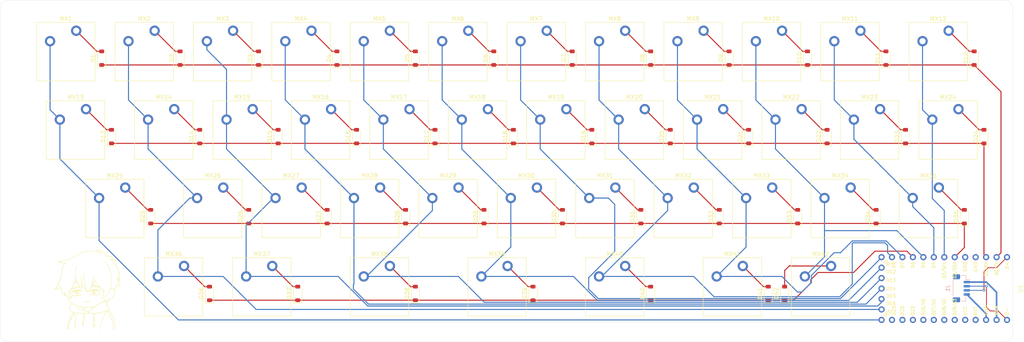
<source format=kicad_pcb>
(kicad_pcb (version 20240108) (generator "pcbnew") (generator_version "8.0")
  (layers (0 "F.Cu" signal) (31 "B.Cu" signal) (34 "B.Paste" user) (35 "F.Paste" user) (36 "B.SilkS" user "B.Silkscreen") (37 "F.SilkS" user "F.Silkscreen") (38 "B.Mask" user) (39 "F.Mask" user) (44 "Edge.Cuts" user))
  (net 0 "")
  (net 1 "Net-(D1-A)")
  (net 2 "Row0")
  (net 3 "Net-(D2-A)")
  (net 4 "Net-(D3-A)")
  (net 5 "Net-(D4-A)")
  (net 6 "Net-(D5-A)")
  (net 7 "Net-(D6-A)")
  (net 8 "Net-(D7-A)")
  (net 9 "Net-(D8-A)")
  (net 10 "Net-(D9-A)")
  (net 11 "Net-(D10-A)")
  (net 12 "Net-(D11-A)")
  (net 13 "Net-(D12-A)")
  (net 14 "Net-(D13-A)")
  (net 15 "Row1")
  (net 16 "Net-(D14-A)")
  (net 17 "Net-(D15-A)")
  (net 18 "Net-(D16-A)")
  (net 19 "Net-(D17-A)")
  (net 20 "Net-(D18-A)")
  (net 21 "Net-(D19-A)")
  (net 22 "Net-(D20-A)")
  (net 23 "Net-(D21-A)")
  (net 24 "Net-(D22-A)")
  (net 25 "Net-(D23-A)")
  (net 26 "Net-(D24-A)")
  (net 27 "Net-(D25-A)")
  (net 28 "Row2")
  (net 29 "Net-(D26-A)")
  (net 30 "Net-(D27-A)")
  (net 31 "Net-(D28-A)")
  (net 32 "Net-(D29-A)")
  (net 33 "Net-(D30-A)")
  (net 34 "Net-(D31-A)")
  (net 35 "Net-(D32-A)")
  (net 36 "Net-(D33-A)")
  (net 37 "Net-(D34-A)")
  (net 38 "Net-(D35-A)")
  (net 39 "Net-(D36-A)")
  (net 40 "Row3")
  (net 41 "Net-(D37-A)")
  (net 42 "Net-(D38-A)")
  (net 43 "Net-(D39-A)")
  (net 44 "Net-(D40-A)")
  (net 45 "Net-(D41-A)")
  (net 46 "Net-(D42-A)")
  (net 47 "Col0")
  (net 48 "Col1")
  (net 49 "Col2")
  (net 50 "Col3")
  (net 51 "Col4")
  (net 52 "Col5")
  (net 53 "Col6")
  (net 54 "Col7")
  (net 55 "Col8")
  (net 56 "Col9")
  (net 57 "Col10")
  (net 58 "Col11")
  (net 68 "GND")
  (net 69 "D-")
  (net 70 "RAW")
  (net 71 "D+")
  (footprint "ScottoKeebs_MX:MX_PCB_1.00u" (layer "F.Cu") (at 101.44125 52.943125)
    (property "Reference" "MX16")
    (property "Value" "MX-NoLED")
  )
  (footprint "Diode_SMD:D_SOD-123" (layer "F.Cu") (at 124.46 92.630625 90)
    (property "Reference" "D38")
    (property "Value" "D_Small")
  )
  (footprint "Diode_SMD:D_SOD-123" (layer "F.Cu") (at 91.1225 54.530625 90)
    (property "Reference" "D15")
    (property "Value" "D_Small")
  )
  (footprint "ScottoKeebs_MX:MX_PCB_1.00u" (layer "F.Cu") (at 189.5475 71.993125)
    (property "Reference" "MX32")
    (property "Value" "MX-NoLED")
  )
  (footprint "Diode_SMD:D_SOD-123" (layer "F.Cu") (at 219.71 35.480625 90)
    (property "Reference" "D10")
    (property "Value" "D_Small")
  )
  (footprint "footprints:Frood_PinHeader_2x13+5_P2.54mm_Labels_Top" (layer "F.Cu") (at 268.17425 91.44 -90)
    (property "Reference" "U1")
    (property "Value" "Frood" (hide yes))
  )
  (footprint "ScottoKeebs_MX:MX_PCB_1.25u" (layer "F.Cu") (at 251.46 33.893125)
    (property "Reference" "MX12")
    (property "Value" "MX-NoLED")
  )
  (footprint "Diode_SMD:D_SOD-123" (layer "F.Cu") (at 160.17875 73.9775 90)
    (property "Reference" "D30")
    (property "Value" "D_Small")
  )
  (footprint "Diode_SMD:D_SOD-123" (layer "F.Cu") (at 181.61 35.480625 90)
    (property "Reference" "D8")
    (property "Value" "D_Small")
  )
  (footprint "ScottoKeebs_MX:MX_PCB_1.00u" (layer "F.Cu") (at 134.77875 33.893125)
    (property "Reference" "MX6")
    (property "Value" "MX-NoLED")
  )
  (footprint "ScottoKeebs_MX:MX_PCB_1.00u" (layer "F.Cu") (at 94.2975 71.993125)
    (property "Reference" "MX27")
    (property "Value" "MX-NoLED")
  )
  (footprint "Diode_SMD:D_SOD-123" (layer "F.Cu") (at 95.885 92.630625 90)
    (property "Reference" "D37")
    (property "Value" "D_Small")
  )
  (footprint "ScottoKeebs_MX:MX_PCB_1.25u" (layer "F.Cu") (at 249.07875 71.993125)
    (property "Reference" "MX35")
    (property "Value" "MX-NoLED")
  )
  (footprint "Diode_SMD:D_SOD-123" (layer "F.Cu") (at 48.26 35.480625 90)
    (property "Reference" "D1")
    (property "Value" "D_Small")
  )
  (footprint "Diode_SMD:D_SOD-123" (layer "F.Cu") (at 217.32875 73.9775 90)
    (property "Reference" "D33")
    (property "Value" "D_Small")
  )
  (footprint "ScottoKeebs_MX:MX_PCB_2.00u" (layer "F.Cu") (at 115.72875 91.043125)
    (property "Reference" "MX38")
    (property "Value" "MX-NoLED")
  )
  (footprint "Diode_SMD:D_SOD-123" (layer "F.Cu") (at 224.4725 54.530625 90)
    (property "Reference" "D22")
    (property "Value" "D_Small")
  )
  (footprint "ScottoKeebs_MX:MX_PCB_1.00u" (layer "F.Cu") (at 113.3475 71.993125)
    (property "Reference" "MX28")
    (property "Value" "MX-NoLED")
  )
  (footprint "ScottoKeebs_MX:MX_PCB_2.00u" (layer "F.Cu") (at 172.87875 91.043125)
    (property "Reference" "MX40")
    (property "Value" "MX-NoLED")
  )
  (footprint "ScottoKeebs_MX:MX_PCB_1.00u" (layer "F.Cu") (at 39.52875 33.893125)
    (property "Reference" "MX1")
    (property "Value" "MX-NoLED")
  )
  (footprint "Diode_SMD:D_SOD-123" (layer "F.Cu") (at 262.5725 54.530625 90)
    (property "Reference" "D24")
    (property "Value" "D_Small")
  )
  (footprint "ScottoKeebs_MX:MX_PCB_1.00u" (layer "F.Cu") (at 170.4975 71.993125)
    (property "Reference" "MX31")
    (property "Value" "MX-NoLED")
  )
  (footprint "Diode_SMD:D_SOD-123" (layer "F.Cu") (at 257.81 73.9775 90)
    (property "Reference" "D35")
    (property "Value" "D_Small")
  )
  (footprint "ScottoKeebs_MX:MX_PCB_1.25u" (layer "F.Cu") (at 65.7225 91.043125)
    (property "Reference" "MX36")
    (property "Value" "MX-NoLED")
  )
  (footprint "Diode_SMD:D_SOD-123" (layer "F.Cu") (at 162.56 35.480625 90)
    (property "Reference" "D7")
    (property "Value" "D_Small")
  )
  (footprint "Diode_SMD:D_SOD-123" (layer "F.Cu") (at 141.12875 73.9775 90)
    (property "Reference" "D29")
    (property "Value" "D_Small")
  )
  (footprint "ScottoKeebs_MX:MX_PCB_1.25u" (layer "F.Cu") (at 222.885 91.043125)
    (property "Reference" "MX42")
    (property "Value" "MX-NoLED")
  )
  (footprint "Diode_SMD:D_SOD-123" (layer "F.Cu") (at 179.22875 73.9775 90)
    (property "Reference" "D31")
    (property "Value" "D_Small")
  )
  (footprint "ScottoKeebs_MX:MX_PCB_1.00u" (layer "F.Cu") (at 75.2475 71.993125)
    (property "Reference" "MX26")
    (property "Value" "MX-NoLED")
  )
  (footprint "Diode_SMD:D_SOD-123" (layer "F.Cu") (at 153.035 92.630625 90)
    (property "Reference" "D39")
    (property "Value" "D_Small")
  )
  (footprint "Diode_SMD:D_SOD-123" (layer "F.Cu") (at 238.76 35.480625 90)
    (property "Reference" "D11")
    (property "Value" "D_Small")
  )
  (footprint "ScottoKeebs_MX:MX_PCB_1.00u" (layer "F.Cu") (at 227.6475 71.993125)
    (property "Reference" "MX34")
    (property "Value" "MX-NoLED")
  )
  (footprint "Diode_SMD:D_SOD-123" (layer "F.Cu") (at 200.66 35.480625 90)
    (property "Reference" "D9")
    (property "Value" "D_Small")
  )
  (footprint "ScottoKeebs_MX:MX_PCB_1.00u" (layer "F.Cu") (at 87.15375 91.043125)
    (property "Reference" "MX37")
    (property "Value" "MX-NoLED")
  )
  (footprint "Diode_SMD:D_SOD-123" (layer "F.Cu") (at 103.02875 73.9775 90)
    (property "Reference" "D27")
    (property "Value" "D_Small")
  )
  (footprint "Diode_SMD:D_SOD-123" (layer "F.Cu") (at 236.37875 73.9775 90)
    (property "Reference" "D34")
    (property "Value" "D_Small")
  )
  (footprint "Diode_SMD:D_SOD-123" (layer "F.Cu") (at 205.4225 54.530625 90)
    (property "Reference" "D21")
    (property "Value" "D_Small")
  )
  (footprint "Diode_SMD:D_SOD-123" (layer "F.Cu") (at 186.3725 54.530625 90)
    (property "Reference" "D20")
    (property "Value" "D_Small")
  )
  (footprint "ScottoKeebs_MX:MX_PCB_1.00u" (layer "F.Cu") (at 210.97875 33.893125)
    (property "Reference" "MX10")
    (property "Value" "MX-NoLED")
  )
  (footprint "ScottoKeebs_MX:MX_PCB_1.00u" (layer "F.Cu") (at 177.64125 52.943125)
    (property "Reference" "MX20")
    (property "Value" "MX-NoLED")
  )
  (footprint "LOGO" (layer "F.Cu") (at 45.58125 91.375)
    (property "Reference" "G***" (hide yes))
    (property "Value" "LOGO" (hide yes))
  )
  (footprint "ScottoKeebs_MX:MX_PCB_1.00u" (layer "F.Cu") (at 151.4475 71.993125)
    (property "Reference" "MX30")
    (property "Value" "MX-NoLED")
  )
  (footprint "Diode_SMD:D_SOD-123" (layer "F.Cu") (at 74.45375 92.630625 90)
    (property "Reference" "D36")
    (property "Value" "D_Small")
  )
  (footprint "ScottoKeebs_MX:MX_PCB_1.00u" (layer "F.Cu") (at 234.79125 52.943125)
    (property "Reference" "MX23")
    (property "Value" "MX-NoLED")
  )
  (footprint "ScottoKeebs_MX:MX_PCB_1.25u" (layer "F.Cu") (at 41.91 52.943125)
    (property "Reference" "MX13")
    (property "Value" "MX-NoLED")
  )
  (footprint "ScottoKeebs_MX:MX_PCB_1.00u" (layer "F.Cu") (at 58.57875 33.893125)
    (property "Reference" "MX2")
    (property "Value" "MX-NoLED")
  )
  (footprint "Diode_SMD:D_SOD-123" (layer "F.Cu") (at 105.41 35.480625 90)
    (property "Reference" "D4")
    (property "Value" "D_Small")
  )
  (footprint "ScottoKeebs_MX:MX_PCB_1.00u" (layer "F.Cu") (at 139.54125 52.943125)
    (property "Reference" "MX18")
    (property "Value" "MX-NoLED")
  )
  (footprint "ScottoKeebs_MX:MX_PCB_1.00u" (layer "F.Cu") (at 253.84125 52.943125)
    (property "Reference" "MX24")
    (property "Value" "MX-NoLED")
  )
  (footprint "ScottoKeebs_MX:MX_PCB_1.00u" (layer "F.Cu") (at 153.82875 33.893125)
    (property "Reference" "MX7")
    (property "Value" "MX-NoLED")
  )
  (footprint "Diode_SMD:D_SOD-123" (layer "F.Cu") (at 198.27875 73.9775 90)
    (property "Reference" "D32")
    (property "Value" "D_Small")
  )
  (footprint "ScottoKeebs_MX:MX_PCB_1.00u" (layer "F.Cu") (at 115.72875 33.893125)
    (property "Reference" "MX5")
    (property "Value" "MX-NoLED")
  )
  (footprint "ScottoKeebs_MX:MX_PCB_1.00u" (layer "F.Cu") (at 208.5975 71.993125)
    (property "Reference" "MX33")
    (property "Value" "MX-NoLED")
  )
  (footprint "ScottoKeebs_MX:MX_PCB_1.00u" (layer "F.Cu") (at 96.67875 33.893125)
    (property "Reference" "MX4")
    (property "Value" "MX-NoLED")
  )
  (footprint "Diode_SMD:D_SOD-123" (layer "F.Cu") (at 72.0725 54.530625 90)
    (property "Reference" "D14")
    (property "Value" "D_Small")
  )
  (footprint "ScottoKeebs_MX:MX_PCB_1.00u" (layer "F.Cu") (at 230.02875 33.893125)
    (property "Reference" "MX11")
    (property "Value" "MX-NoLED")
  )
  (footprint "ScottoKeebs_MX:MX_PCB_1.00u" (layer "F.Cu") (at 191.92875 33.893125)
    (property "Reference" "MX9")
    (property "Value" "MX-NoLED")
  )
  (footprint "Diode_SMD:D_SOD-123" (layer "F.Cu") (at 260.19125 35.480625 90)
    (property "Reference" "D12")
    (property "Value" "D_Small")
  )
  (footprint "Diode_SMD:D_SOD-123" (layer "F.Cu") (at 210.185 92.630625 90)
    (property "Reference" "D41")
    (property "Value" "D_Small")
  )
  (footprint "ScottoKeebs_MX:MX_PCB_1.00u" (layer "F.Cu") (at 158.59125 52.943125)
    (property "Reference" "MX19")
    (property "Value" "MX-NoLED")
  )
  (footprint "ScottoKeebs_MX:MX_PCB_1.00u" (layer "F.Cu") (at 63.34125 52.943125)
    (property "Reference" "MX14")
    (property "Value" "MX-NoLED")
  )
  (footprint "Diode_SMD:D_SOD-123" (layer "F.Cu") (at 86.36 35.480625 90)
    (property "Reference" "D3")
    (property "Value" "D_Small")
  )
  (footprint "ScottoKeebs_MX:MX_PCB_1.00u" (layer "F.Cu") (at 144.30375 91.043125)
    (property "Reference" "MX39")
    (property "Value" "MX-NoLED")
  )
  (footprint "ScottoKeebs_MX:MX_PCB_1.00u" (layer "F.Cu") (at 120.49125 52.943125)
    (property "Reference" "MX17")
    (property "Value" "MX-NoLED")
  )
  (footprint "Diode_SMD:D_SOD-123" (layer "F.Cu") (at 129.2225 54.530625 90)
    (property "Reference" "D17")
    (property "Value" "D_Small")
  )
  (footprint "Diode_SMD:D_SOD-123" (layer "F.Cu") (at 60.16625 73.9775 90)
    (property "Reference" "D25")
    (property "Value" "D_Small")
  )
  (footprint "Diode_SMD:D_SOD-123" (layer "F.Cu") (at 110.1725 54.530625 90)
    (property "Reference" "D16")
    (property "Value" "D_Small")
  )
  (footprint "Diode_SMD:D_SOD-123" (layer "F.Cu") (at 214.15375 92.630625 90)
    (property "Reference" "D42")
    (property "Value" "D_Small")
  )
  (footprint "Diode_SMD:D_SOD-123" (layer "F.Cu") (at 181.61 92.630625 90)
    (property "Reference" "D40")
    (property "Value" "D_Small")
  )
  (footprint "Diode_SMD:D_SOD-123" (layer "F.Cu") (at 67.31 35.480625 90)
    (property "Reference" "D2")
    (property "Value" "D_Small")
  )
  (footprint "Diode_SMD:D_SOD-123" (layer "F.Cu") (at 50.64125 54.530625 90)
    (property "Reference" "D13")
    (property "Value" "D_Small")
  )
  (footprint "ScottoKeebs_MX:MX_PCB_1.00u" (layer "F.Cu") (at 215.74125 52.943125)
    (property "Reference" "MX22")
    (property "Value" "MX-NoLED")
  )
  (footprint "Diode_SMD:D_SOD-123" (layer "F.Cu") (at 83.97875 73.9775 90)
    (property "Reference" "D26")
    (property "Value" "D_Small")
  )
  (footprint "ScottoKeebs_MX:MX_PCB_1.00u" (layer "F.Cu") (at 201.45375 91.043125)
    (property "Reference" "MX41")
    (property "Value" "MX-NoLED")
  )
  (footprint "Diode_SMD:D_SOD-123" (layer "F.Cu") (at 124.46 35.480625 90)
    (property "Reference" "D5")
    (property "Value" "D_Small")
  )
  (footprint "ScottoKeebs_MX:MX_PCB_1.00u" (layer "F.Cu") (at 196.69125 52.943125)
    (property "Reference" "MX21")
    (property "Value" "MX-NoLED")
  )
  (footprint "ScottoKeebs_MX:MX_PCB_1.00u" (layer "F.Cu") (at 172.87875 33.893125)
    (property "Reference" "MX8")
    (property "Value" "MX-NoLED")
  )
  (footprint "ScottoKeebs_MX:MX_PCB_1.00u" (layer "F.Cu") (at 132.3975 71.993125)
    (property "Reference" "MX29")
    (property "Value" "MX-NoLED")
  )
  (footprint "ScottoKeebs_MX:MX_PCB_1.00u" (layer "F.Cu") (at 77.62875 33.893125)
    (property "Reference" "MX3")
    (property "Value" "MX-NoLED")
  )
  (footprint "Diode_SMD:D_SOD-123" (layer "F.Cu") (at 148.2725 54.530625 90)
    (property "Reference" "D18")
    (property "Value" "D_Small")
  )
  (footprint "Diode_SMD:D_SOD-123" (layer "F.Cu") (at 122.07875 73.9775 90)
    (property "Reference" "D28")
    (property "Value" "D_Small")
  )
  (footprint "Diode_SMD:D_SOD-123" (layer "F.Cu") (at 243.5225 54.530625 90)
    (property "Reference" "D23")
    (property "Value" "D_Small")
  )
  (footprint "ScottoKeebs_MX:MX_PCB_1.00u" (layer "F.Cu") (at 82.39125 52.943125)
    (property "Reference" "MX15")
    (property "Value" "MX-NoLED")
  )
  (footprint "Diode_SMD:D_SOD-123" (layer "F.Cu") (at 167.3225 54.530625 90)
    (property "Reference" "D19")
    (property "Value" "D_Small")
  )
  (footprint "ScottoKeebs_MX:MX_PCB_1.50u" (layer "F.Cu") (at 51.435 71.993125)
    (property "Reference" "MX25")
    (property "Value" "MX-NoLED")
  )
  (footprint "Diode_SMD:D_SOD-123" (layer "F.Cu") (at 143.51 35.480625 90)
    (property "Reference" "D6")
    (property "Value" "D_Small")
  )
  (footprint "Connector_JST:JST_SH_BM04B-SRSS-TB_1x04-1MP_P1.00mm_Vertical" (layer "B.Cu") (at 257.08125 91.375 -90)
    (property "Reference" "J1")
    (property "Value" "Conn_01x04")
  )
  (gr_line (start 23.58125 23.375) (end 23.58125 102.375) (stroke (width 0.05)) (layer "Edge.Cuts"))
  (gr_arc (start 23.58125 23.375) (mid 24.167036 21.960786) (end 25.58125 21.375) (stroke (width 0.05)) (layer "Edge.Cuts"))
  (gr_line (start 267.58125 21.375) (end 25.58125 21.375) (stroke (width 0.05)) (layer "Edge.Cuts"))
  (gr_line (start 25.58125 104.375) (end 267.58125 104.375) (stroke (width 0.05)) (layer "Edge.Cuts"))
  (gr_arc (start 267.58125 21.375) (mid 268.995464 21.960786) (end 269.58125 23.375) (stroke (width 0.05)) (layer "Edge.Cuts"))
  (gr_arc (start 269.58125 102.375) (mid 268.995464 103.789214) (end 267.58125 104.375) (stroke (width 0.05)) (layer "Edge.Cuts"))
  (gr_line (start 269.58125 102.375) (end 269.58125 23.375) (stroke (width 0.05)) (layer "Edge.Cuts"))
  (gr_arc (start 25.58125 104.375) (mid 24.167036 103.789214) (end 23.58125 102.375) (stroke (width 0.05)) (layer "Edge.Cuts"))
  (segment (start 47.08625 33.830625) (end 42.06875 28.813125) (width 0.254) (layer "F.Cu") (net 1))
  (segment (start 48.26 33.830625) (end 47.08625 33.830625) (width 0.254) (layer "F.Cu") (net 1))
  (segment (start 260.19125 37.130625) (end 238.76 37.130625) (width 0.254) (layer "F.Cu") (net 2))
  (segment (start 143.51 37.130625) (end 124.46 37.130625) (width 0.254) (layer "F.Cu") (net 2))
  (segment (start 200.66 37.130625) (end 181.61 37.130625) (width 0.254) (layer "F.Cu") (net 2))
  (segment (start 181.61 37.130625) (end 162.56 37.130625) (width 0.254) (layer "F.Cu") (net 2))
  (segment (start 238.76 37.130625) (end 219.71 37.130625) (width 0.254) (layer "F.Cu") (net 2))
  (segment (start 162.56 37.130625) (end 143.51 37.130625) (width 0.254) (layer "F.Cu") (net 2))
  (segment (start 105.41 37.130625) (end 86.36 37.130625) (width 0.254) (layer "F.Cu") (net 2))
  (segment (start 67.31 37.130625) (end 48.26 37.130625) (width 0.254) (layer "F.Cu") (net 2))
  (segment (start 124.46 37.130625) (end 105.41 37.130625) (width 0.254) (layer "F.Cu") (net 2))
  (segment (start 86.36 37.130625) (end 67.31 37.130625) (width 0.254) (layer "F.Cu") (net 2))
  (segment (start 219.71 37.130625) (end 200.66 37.130625) (width 0.254) (layer "F.Cu") (net 2))
  (segment (start 260.19125 37.130625) (end 266.71125 43.650625) (width 0.254) (layer "F.Cu") (net 2))
  (segment (start 266.71125 43.650625) (end 266.71125 82.743) (width 0.254) (layer "F.Cu") (net 2))
  (segment (start 266.71125 82.743) (end 265.63425 83.82) (width 0.254) (layer "F.Cu") (net 2))
  (segment (start 67.31 33.830625) (end 66.13625 33.830625) (width 0.254) (layer "F.Cu") (net 3))
  (segment (start 66.13625 33.830625) (end 61.11875 28.813125) (width 0.254) (layer "F.Cu") (net 3))
  (segment (start 80.16875 28.813125) (end 85.18625 33.830625) (width 0.254) (layer "F.Cu") (net 4))
  (segment (start 85.18625 33.830625) (end 86.36 33.830625) (width 0.254) (layer "F.Cu") (net 4))
  (segment (start 104.23625 33.830625) (end 105.41 33.830625) (width 0.254) (layer "F.Cu") (net 5))
  (segment (start 99.21875 28.813125) (end 104.23625 33.830625) (width 0.254) (layer "F.Cu") (net 5))
  (segment (start 118.26875 28.813125) (end 123.28625 33.830625) (width 0.254) (layer "F.Cu") (net 6))
  (segment (start 123.28625 33.830625) (end 124.46 33.830625) (width 0.254) (layer "F.Cu") (net 6))
  (segment (start 142.33625 33.830625) (end 143.51 33.830625) (width 0.254) (layer "F.Cu") (net 7))
  (segment (start 137.31875 28.813125) (end 142.33625 33.830625) (width 0.254) (layer "F.Cu") (net 7))
  (segment (start 161.38625 33.830625) (end 162.56 33.830625) (width 0.254) (layer "F.Cu") (net 8))
  (segment (start 156.36875 28.813125) (end 161.38625 33.830625) (width 0.254) (layer "F.Cu") (net 8))
  (segment (start 175.41875 28.813125) (end 180.43625 33.830625) (width 0.254) (layer "F.Cu") (net 9))
  (segment (start 180.43625 33.830625) (end 181.61 33.830625) (width 0.254) (layer "F.Cu") (net 9))
  (segment (start 199.48625 33.830625) (end 200.66 33.830625) (width 0.254) (layer "F.Cu") (net 10))
  (segment (start 194.46875 28.813125) (end 199.48625 33.830625) (width 0.254) (layer "F.Cu") (net 10))
  (segment (start 213.51875 28.813125) (end 218.53625 33.830625) (width 0.254) (layer "F.Cu") (net 11))
  (segment (start 218.53625 33.830625) (end 219.71 33.830625) (width 0.254) (layer "F.Cu") (net 11))
  (segment (start 232.56875 28.813125) (end 237.58625 33.830625) (width 0.254) (layer "F.Cu") (net 12))
  (segment (start 237.58625 33.830625) (end 238.76 33.830625) (width 0.254) (layer "F.Cu") (net 12))
  (segment (start 254 28.813125) (end 259.0175 33.830625) (width 0.254) (layer "F.Cu") (net 13))
  (segment (start 259.0175 33.830625) (end 260.19125 33.830625) (width 0.254) (layer "F.Cu") (net 13))
  (segment (start 49.4675 52.880625) (end 44.45 47.863125) (width 0.254) (layer "F.Cu") (net 14))
  (segment (start 50.64125 52.880625) (end 49.4675 52.880625) (width 0.254) (layer "F.Cu") (net 14))
  (segment (start 148.2725 56.180625) (end 129.2225 56.180625) (width 0.254) (layer "F.Cu") (net 15))
  (segment (start 186.3725 56.180625) (end 205.4225 56.180625) (width 0.254) (layer "F.Cu") (net 15))
  (segment (start 50.64125 56.180625) (end 72.0725 56.180625) (width 0.254) (layer "F.Cu") (net 15))
  (segment (start 262.5725 56.180625) (end 262.5725 83.29825) (width 0.254) (layer "F.Cu") (net 15))
  (segment (start 243.5225 56.180625) (end 262.5725 56.180625) (width 0.254) (layer "F.Cu") (net 15))
  (segment (start 91.1225 56.180625) (end 110.1725 56.180625) (width 0.254) (layer "F.Cu") (net 15))
  (segment (start 262.5725 83.29825) (end 263.09425 83.82) (width 0.254) (layer "F.Cu") (net 15))
  (segment (start 224.4725 56.180625) (end 243.5225 56.180625) (width 0.254) (layer "F.Cu") (net 15))
  (segment (start 167.3225 56.180625) (end 186.3725 56.180625) (width 0.254) (layer "F.Cu") (net 15))
  (segment (start 72.0725 56.180625) (end 91.1225 56.180625) (width 0.254) (layer "F.Cu") (net 15))
  (segment (start 110.1725 56.180625) (end 129.2225 56.180625) (width 0.254) (layer "F.Cu") (net 15))
  (segment (start 148.2725 56.180625) (end 167.3225 56.180625) (width 0.254) (layer "F.Cu") (net 15))
  (segment (start 205.4225 56.180625) (end 224.4725 56.180625) (width 0.254) (layer "F.Cu") (net 15))
  (segment (start 70.89875 52.880625) (end 72.0725 52.880625) (width 0.254) (layer "F.Cu") (net 16))
  (segment (start 65.88125 47.863125) (end 70.89875 52.880625) (width 0.254) (layer "F.Cu") (net 16))
  (segment (start 91.1225 52.880625) (end 89.94875 52.880625) (width 0.254) (layer "F.Cu") (net 17))
  (segment (start 89.94875 52.880625) (end 84.93125 47.863125) (width 0.254) (layer "F.Cu") (net 17))
  (segment (start 108.99875 52.880625) (end 103.98125 47.863125) (width 0.254) (layer "F.Cu") (net 18))
  (segment (start 110.1725 52.880625) (end 108.99875 52.880625) (width 0.254) (layer "F.Cu") (net 18))
  (segment (start 129.2225 52.880625) (end 128.04875 52.880625) (width 0.254) (layer "F.Cu") (net 19))
  (segment (start 128.04875 52.880625) (end 123.03125 47.863125) (width 0.254) (layer "F.Cu") (net 19))
  (segment (start 148.2725 52.880625) (end 147.09875 52.880625) (width 0.254) (layer "F.Cu") (net 20))
  (segment (start 147.09875 52.880625) (end 142.08125 47.863125) (width 0.254) (layer "F.Cu") (net 20))
  (segment (start 166.14875 52.880625) (end 161.13125 47.863125) (width 0.254) (layer "F.Cu") (net 21))
  (segment (start 167.3225 52.880625) (end 166.14875 52.880625) (width 0.254) (layer "F.Cu") (net 21))
  (segment (start 186.3725 52.880625) (end 185.19875 52.880625) (width 0.254) (layer "F.Cu") (net 22))
  (segment (start 185.19875 52.880625) (end 180.18125 47.863125) (width 0.254) (layer "F.Cu") (net 22))
  (segment (start 204.24875 52.880625) (end 199.23125 47.863125) (width 0.254) (layer "F.Cu") (net 23))
  (segment (start 205.4225 52.880625) (end 204.24875 52.880625) (width 0.254) (layer "F.Cu") (net 23))
  (segment (start 224.4725 52.880625) (end 223.29875 52.880625) (width 0.254) (layer "F.Cu") (net 24))
  (segment (start 223.29875 52.880625) (end 218.28125 47.863125) (width 0.254) (layer "F.Cu") (net 24))
  (segment (start 242.34875 52.880625) (end 237.33125 47.863125) (width 0.254) (layer "F.Cu") (net 25))
  (segment (start 243.5225 52.880625) (end 242.34875 52.880625) (width 0.254) (layer "F.Cu") (net 25))
  (segment (start 261.39875 52.880625) (end 262.5725 52.880625) (width 0.254) (layer "F.Cu") (net 26))
  (segment (start 256.38125 47.863125) (end 261.39875 52.880625) (width 0.254) (layer "F.Cu") (net 26))
  (segment (start 60.16625 72.3275) (end 59.389375 72.3275) (width 0.254) (layer "F.Cu") (net 27))
  (segment (start 59.389375 72.3275) (end 53.975 66.913125) (width 0.254) (layer "F.Cu") (net 27))
  (segment (start 141.12875 75.6275) (end 122.07875 75.6275) (width 0.254) (layer "F.Cu") (net 28))
  (segment (start 257.81 75.6275) (end 236.37875 75.6275) (width 0.254) (layer "F.Cu") (net 28))
  (segment (start 83.97875 75.6275) (end 60.16625 75.6275) (width 0.254) (layer "F.Cu") (net 28))
  (segment (start 179.22875 75.6275) (end 160.17875 75.6275) (width 0.254) (layer "F.Cu") (net 28))
  (segment (start 257.81 75.6275) (end 257.81 81.48425) (width 0.254) (layer "F.Cu") (net 28))
  (segment (start 217.32875 75.6275) (end 236.37875 75.6275) (width 0.254) (layer "F.Cu") (net 28))
  (segment (start 103.02875 75.6275) (end 83.97875 75.6275) (width 0.254) (layer "F.Cu") (net 28))
  (segment (start 257.81 81.48425) (end 255.47425 83.82) (width 0.254) (layer "F.Cu") (net 28))
  (segment (start 160.17875 75.6275) (end 141.12875 75.6275) (width 0.254) (layer "F.Cu") (net 28))
  (segment (start 122.07875 75.6275) (end 103.02875 75.6275) (width 0.254) (layer "F.Cu") (net 28))
  (segment (start 217.32875 75.6275) (end 198.27875 75.6275) (width 0.254) (layer "F.Cu") (net 28))
  (segment (start 179.22875 75.6275) (end 198.27875 75.6275) (width 0.254) (layer "F.Cu") (net 28))
  (segment (start 77.7875 66.913125) (end 83.201875 72.3275) (width 0.254) (layer "F.Cu") (net 29))
  (segment (start 83.201875 72.3275) (end 83.97875 72.3275) (width 0.254) (layer "F.Cu") (net 29))
  (segment (start 102.251875 72.3275) (end 103.02875 72.3275) (width 0.254) (layer "F.Cu") (net 30))
  (segment (start 96.8375 66.913125) (end 102.251875 72.3275) (width 0.254) (layer "F.Cu") (net 30))
  (segment (start 115.8875 66.913125) (end 121.301875 72.3275) (width 0.254) (layer "F.Cu") (net 31))
  (segment (start 121.301875 72.3275) (end 122.07875 72.3275) (width 0.254) (layer "F.Cu") (net 31))
  (segment (start 134.9375 66.913125) (end 140.351875 72.3275) (width 0.254) (layer "F.Cu") (net 32))
  (segment (start 140.351875 72.3275) (end 141.12875 72.3275) (width 0.254) (layer "F.Cu") (net 32))
  (segment (start 159.401875 72.3275) (end 160.17875 72.3275) (width 0.254) (layer "F.Cu") (net 33))
  (segment (start 153.9875 66.913125) (end 159.401875 72.3275) (width 0.254) (layer "F.Cu") (net 33))
  (segment (start 178.451875 72.3275) (end 179.22875 72.3275) (width 0.254) (layer "F.Cu") (net 34))
  (segment (start 173.0375 66.913125) (end 178.451875 72.3275) (width 0.254) (layer "F.Cu") (net 34))
  (segment (start 197.501875 72.3275) (end 198.27875 72.3275) (width 0.254) (layer "F.Cu") (net 35))
  (segment (start 192.0875 66.913125) (end 197.501875 72.3275) (width 0.254) (layer "F.Cu") (net 35))
  (segment (start 216.551875 72.3275) (end 217.32875 72.3275) (width 0.254) (layer "F.Cu") (net 36))
  (segment (start 211.1375 66.913125) (end 216.551875 72.3275) (width 0.254) (layer "F.Cu") (net 36))
  (segment (start 230.1875 66.913125) (end 235.601875 72.3275) (width 0.254) (layer "F.Cu") (net 37))
  (segment (start 235.601875 72.3275) (end 236.37875 72.3275) (width 0.254) (layer "F.Cu") (net 37))
  (segment (start 257.033125 72.3275) (end 257.81 72.3275) (width 0.254) (layer "F.Cu") (net 38))
  (segment (start 251.61875 66.913125) (end 257.033125 72.3275) (width 0.254) (layer "F.Cu") (net 38))
  (segment (start 74.45375 90.980625) (end 73.28 90.980625) (width 0.254) (layer "F.Cu") (net 39))
  (segment (start 73.28 90.980625) (end 68.2625 85.963125) (width 0.254) (layer "F.Cu") (net 39))
  (segment (start 153.035 94.280625) (end 181.61 94.280625) (width 0.254) (layer "F.Cu") (net 40))
  (segment (start 124.46 94.280625) (end 95.885 94.280625) (width 0.254) (layer "F.Cu") (net 40))
  (segment (start 220.508 89.30034) (end 222.268215 87.540125) (width 0.254) (layer "F.Cu") (net 40))
  (segment (start 124.46 94.280625) (end 153.035 94.280625) (width 0.254) (layer "F.Cu") (net 40))
  (segment (start 220.508 90.11072) (end 220.508 89.30034) (width 0.254) (layer "F.Cu") (net 40))
  (segment (start 243.86925 82.375) (end 245.31425 83.82) (width 0.254) (layer "F.Cu") (net 40))
  (segment (start 214.15375 94.280625) (end 216.338095 94.280625) (width 0.254) (layer "F.Cu") (net 40))
  (segment (start 222.268215 87.540125) (end 230.916125 87.540125) (width 0.254) (layer "F.Cu") (net 40))
  (segment (start 216.338095 94.280625) (end 220.508 90.11072) (width 0.254) (layer "F.Cu") (net 40))
  (segment (start 236.08125 82.375) (end 243.86925 82.375) (width 0.254) (layer "F.Cu") (net 40))
  (segment (start 181.61 94.280625) (end 210.185 94.280625) (width 0.254) (layer "F.Cu") (net 40))
  (segment (start 74.45375 94.280625) (end 95.885 94.280625) (width 0.254) (layer "F.Cu") (net 40))
  (segment (start 230.916125 87.540125) (end 236.08125 82.375) (width 0.254) (layer "F.Cu") (net 40))
  (segment (start 214.15375 94.280625) (end 210.185 94.280625) (width 0.254) (layer "F.Cu") (net 40))
  (segment (start 95.885 90.980625) (end 94.71125 90.980625) (width 0.254) (layer "F.Cu") (net 41))
  (segment (start 94.71125 90.980625) (end 89.69375 85.963125) (width 0.254) (layer "F.Cu") (net 41))
  (segment (start 124.46 90.980625) (end 123.28625 90.980625) (width 0.254) (layer "F.Cu") (net 42))
  (segment (start 123.28625 90.980625) (end 118.26875 85.963125) (width 0.254) (layer "F.Cu") (net 42))
  (segment (start 151.86125 90.980625) (end 146.84375 85.963125) (width 0.254) (layer "F.Cu") (net 43))
  (segment (start 153.035 90.980625) (end 151.86125 90.980625) (width 0.254) (layer "F.Cu") (net 43))
  (segment (start 181.61 90.980625) (end 180.43625 90.980625) (width 0.254) (layer "F.Cu") (net 44))
  (segment (start 180.43625 90.980625) (end 175.41875 85.963125) (width 0.254) (layer "F.Cu") (net 44))
  (segment (start 210.185 90.980625) (end 209.01125 90.980625) (width 0.254) (layer "F.Cu") (net 45))
  (segment (start 209.01125 90.980625) (end 203.99375 85.963125) (width 0.254) (layer "F.Cu") (net 45))
  (segment (start 215.344375 85.88375) (end 215.42375 85.963125) (width 0.254) (layer "F.Cu") (net 46))
  (segment (start 214.15375 90.980625) (end 214.15375 87.074375) (width 0.254) (layer "F.Cu") (net 46))
  (segment (start 214.15375 87.074375) (end 215.344375 85.88375) (width 0.254) (layer "F.Cu") (net 46))
  (segment (start 215.42375 85.963125) (end 225.425 85.963125) (width 0.254) (layer "F.Cu") (net 46))
  (segment (start 66.88878 99.06) (end 237.69425 99.06) (width 0.254) (layer "B.Cu") (net 47))
  (segment (start 47.625 69.453125) (end 47.625 79.79622) (width 0.254) (layer "B.Cu") (net 47))
  (segment (start 35.71875 31.353125) (end 35.71875 48.021875) (width 0.254) (layer "B.Cu") (net 47))
  (segment (start 47.625 69.453125) (end 38.1 59.928125) (width 0.254) (layer "B.Cu") (net 47))
  (segment (start 47.625 79.79622) (end 66.88878 99.06) (width 0.254) (layer "B.Cu") (net 47))
  (segment (start 35.71875 48.021875) (end 38.1 50.403125) (width 0.254) (layer "B.Cu") (net 47))
  (segment (start 38.1 59.928125) (end 38.1 50.403125) (width 0.254) (layer "B.Cu") (net 47))
  (segment (start 85.78003 96.52) (end 237.69425 96.52) (width 0.254) (layer "B.Cu") (net 48))
  (segment (start 59.53125 57.546875) (end 59.53125 50.403125) (width 0.254) (layer "B.Cu") (net 48))
  (segment (start 61.9125 88.503125) (end 77.763155 88.503125) (width 0.254) (layer "B.Cu") (net 48))
  (segment (start 59.53125 50.403125) (end 54.76875 45.640625) (width 0.254) (layer "B.Cu") (net 48))
  (segment (start 54.76875 45.640625) (end 54.76875 31.353125) (width 0.254) (layer "B.Cu") (net 48))
  (segment (start 71.4375 69.453125) (end 59.53125 57.546875) (width 0.254) (layer "B.Cu") (net 48))
  (segment (start 77.763155 88.503125) (end 85.78003 96.52) (width 0.254) (layer "B.Cu") (net 48))
  (segment (start 69.669734 69.453125) (end 61.9125 77.210359) (width 0.254) (layer "B.Cu") (net 48))
  (segment (start 71.4375 69.453125) (end 69.669734 69.453125) (width 0.254) (layer "B.Cu") (net 48))
  (segment (start 61.9125 77.210359) (end 61.9125 88.503125) (width 0.254) (layer "B.Cu") (net 48))
  (segment (start 78.58125 38.207211) (end 78.58125 50.403125) (width 0.254) (layer "B.Cu") (net 49))
  (segment (start 112.883102 95.690125) (end 236.774125 95.690125) (width 0.254) (layer "B.Cu") (net 49))
  (segment (start 73.81875 31.353125) (end 73.81875 33.444711) (width 0.254) (layer "B.Cu") (net 49))
  (segment (start 237.69425 94.77) (end 237.69425 93.98) (width 0.254) (layer "B.Cu") (net 49))
  (segment (start 105.696102 88.503125) (end 112.883102 95.690125) (width 0.254) (layer "B.Cu") (net 49))
  (segment (start 73.81875 33.444711) (end 78.58125 38.207211) (width 0.254) (layer "B.Cu") (net 49))
  (segment (start 90.4875 69.453125) (end 89.986905 69.453125) (width 0.254) (layer "B.Cu") (net 49))
  (segment (start 83.34375 88.503125) (end 105.696102 88.503125) (width 0.254) (layer "B.Cu") (net 49))
  (segment (start 78.58125 57.546875) (end 90.4875 69.453125) (width 0.254) (layer "B.Cu") (net 49))
  (segment (start 236.774125 95.690125) (end 237.69425 94.77) (width 0.254) (layer "B.Cu") (net 49))
  (segment (start 89.986905 69.453125) (end 83.34375 76.09628) (width 0.254) (layer "B.Cu") (net 49))
  (segment (start 83.34375 76.09628) (end 83.34375 88.503125) (width 0.254) (layer "B.Cu") (net 49))
  (segment (start 78.58125 50.403125) (end 78.58125 57.546875) (width 0.254) (layer "B.Cu") (net 49))
  (segment (start 97.63125 57.546875) (end 109.5375 69.453125) (width 0.254) (layer "B.Cu") (net 50))
  (segment (start 109.39675 91.56172) (end 113.071155 95.236125) (width 0.254) (layer "B.Cu") (net 50))
  (segment (start 92.85075 45.622625) (end 97.63125 50.403125) (width 0.254) (layer "B.Cu") (net 50))
  (segment (start 97.63125 50.403125) (end 97.63125 57.546875) (width 0.254) (layer "B.Cu") (net 50))
  (segment (start 233.898125 95.236125) (end 237.69425 91.44) (width 0.254) (layer "B.Cu") (net 50))
  (segment (start 113.071155 95.236125) (end 233.898125 95.236125) (width 0.254) (layer "B.Cu") (net 50))
  (segment (start 109.39675 90.52453) (end 109.39675 91.56172) (width 0.254) (layer "B.Cu") (net 50))
  (segment (start 92.85075 31.371125) (end 92.85075 45.622625) (width 0.254) (layer "B.Cu") (net 50))
  (segment (start 109.5375 90.38378) (end 109.39675 90.52453) (width 0.254) (layer "B.Cu") (net 50))
  (segment (start 109.5375 69.453125) (end 109.5375 90.38378) (width 0.254) (layer "B.Cu") (net 50))
  (segment (start 92.86875 31.353125) (end 92.85075 31.371125) (width 0.254) (layer "B.Cu") (net 50))
  (segment (start 141.192155 94.782125) (end 231.812125 94.782125) (width 0.254) (layer "B.Cu") (net 51))
  (segment (start 111.91875 45.640625) (end 111.91875 31.353125) (width 0.254) (layer "B.Cu") (net 51))
  (segment (start 134.913155 88.503125) (end 141.192155 94.782125) (width 0.254) (layer "B.Cu") (net 51))
  (segment (start 116.68125 57.546875) (end 116.68125 50.403125) (width 0.254) (layer "B.Cu") (net 51))
  (segment (start 128.5875 72.49372) (end 128.5875 69.453125) (width 0.254) (layer "B.Cu") (net 51))
  (segment (start 111.91875 88.503125) (end 112.578095 88.503125) (width 0.254) (layer "B.Cu") (net 51))
  (segment (start 128.5875 69.453125) (end 116.68125 57.546875) (width 0.254) (layer "B.Cu") (net 51))
  (segment (start 111.91875 88.503125) (end 134.913155 88.503125) (width 0.254) (layer "B.Cu") (net 51))
  (segment (start 112.578095 88.503125) (end 128.5875 72.49372) (width 0.254) (layer "B.Cu") (net 51))
  (segment (start 231.812125 94.782125) (end 237.69425 88.9) (width 0.254) (layer "B.Cu") (net 51))
  (segment (start 116.68125 50.403125) (end 111.91875 45.640625) (width 0.254) (layer "B.Cu") (net 51))
  (segment (start 140.49375 88.503125) (end 147.6375 81.359375) (width 0.254) (layer "B.Cu") (net 52))
  (segment (start 162.846102 88.503125) (end 168.671102 94.328125) (width 0.254) (layer "B.Cu") (net 52))
  (segment (start 147.6375 69.453125) (end 135.73125 57.546875) (width 0.254) (layer "B.Cu") (net 52))
  (segment (start 135.73125 57.546875) (end 135.73125 50.403125) (width 0.254) (layer "B.Cu") (net 52))
  (segment (start 147.6375 81.359375) (end 147.6375 69.453125) (width 0.254) (layer "B.Cu") (net 52))
  (segment (start 168.671102 94.328125) (end 229.726125 94.328125) (width 0.254) (layer "B.Cu") (net 52))
  (segment (start 130.96875 31.353125) (end 130.96875 45.640625) (width 0.254) (layer "B.Cu") (net 52))
  (segment (start 130.96875 45.640625) (end 135.73125 50.403125) (width 0.254) (layer "B.Cu") (net 52))
  (segment (start 140.49375 88.503125) (end 162.846102 88.503125) (width 0.254) (layer "B.Cu") (net 52))
  (segment (start 229.726125 94.328125) (end 237.69425 86.36) (width 0.254) (layer "B.Cu") (net 52))
  (segment (start 172.8745 71.008539) (end 172.8745 82.46716) (width 0.254) (layer "B.Cu") (net 53))
  (segment (start 150.01875 45.640625) (end 154.78125 50.403125) (width 0.254) (layer "B.Cu") (net 53))
  (segment (start 166.54675 88.79491) (end 166.54675 91.56172) (width 0.254) (layer "B.Cu") (net 53))
  (segment (start 172.8745 82.46716) (end 166.54675 88.79491) (width 0.254) (layer "B.Cu") (net 53))
  (segment (start 154.78125 57.546875) (end 154.78125 50.403125) (width 0.254) (layer "B.Cu") (net 53))
  (segment (start 166.6875 69.453125) (end 171.319086 69.453125) (width 0.254) (layer "B.Cu") (net 53))
  (segment (start 166.54675 91.56172) (end 168.859155 93.874125) (width 0.254) (layer "B.Cu") (net 53))
  (segment (start 150.01875 31.353125) (end 150.01875 45.640625) (width 0.254) (layer "B.Cu") (net 53))
  (segment (start 168.859155 93.874125) (end 227.724178 93.874125) (width 0.254) (layer "B.Cu") (net 53))
  (segment (start 237.69425 83.904053) (end 237.69425 83.82) (width 0.254) (layer "B.Cu") (net 53))
  (segment (start 166.6875 69.453125) (end 154.78125 57.546875) (width 0.254) (layer "B.Cu") (net 53))
  (segment (start 227.724178 93.874125) (end 237.69425 83.904053) (width 0.254) (layer "B.Cu") (net 53))
  (segment (start 171.319086 69.453125) (end 172.8745 71.008539) (width 0.254) (layer "B.Cu") (net 53))
  (segment (start 169.06875 45.640625) (end 169.06875 31.353125) (width 0.254) (layer "B.Cu") (net 54))
  (segment (start 173.83125 50.403125) (end 169.06875 45.640625) (width 0.254) (layer "B.Cu") (net 54))
  (segment (start 196.980155 93.420125) (end 227.536125 93.420125) (width 0.254) (layer "B.Cu") (net 54))
  (segment (start 185.7375 72.49372) (end 185.7375 69.453125) (width 0.254) (layer "B.Cu") (net 54))
  (segment (start 239.15725 80.951) (end 239.15725 82.743) (width 0.254) (layer "B.Cu") (net 54))
  (segment (start 169.06875 88.503125) (end 169.728095 88.503125) (width 0.254) (layer "B.Cu") (net 54))
  (segment (start 192.063155 88.503125) (end 196.980155 93.420125) (width 0.254) (layer "B.Cu") (net 54))
  (segment (start 230.769302 80.329) (end 238.53525 80.329) (width 0.254) (layer "B.Cu") (net 54))
  (segment (start 169.06875 88.503125) (end 192.063155 88.503125) (width 0.254) (layer "B.Cu") (net 54))
  (segment (start 227.536125 93.420125) (end 230.58125 90.375) (width 0.254) (layer "B.Cu") (net 54))
  (segment (start 169.728095 88.503125) (end 185.7375 72.49372) (width 0.254) (layer "B.Cu") (net 54))
  (segment (start 230.58125 90.375) (end 230.58125 80.517052) (width 0.254) (layer "B.Cu") (net 54))
  (segment (start 185.7375 69.453125) (end 173.83125 57.546875) (width 0.254) (layer "B.Cu") (net 54))
  (segment (start 173.83125 57.546875) (end 173.83125 50.403125) (width 0.254) (layer "B.Cu") (net 54))
  (segment (start 238.53525 80.329) (end 239.15725 80.951) (width 0.254) (layer "B.Cu") (net 54))
  (segment (start 239.15725 82.743) (end 240.23425 83.82) (width 0.254) (layer "B.Cu") (net 54))
  (segment (start 230.58125 80.517052) (end 230.769302 80.329) (width 0.254) (layer "B.Cu") (net 54))
  (segment (start 227.71325 82.743) (end 230.58125 79.875) (width 0.254) (layer "B.Cu") (net 55))
  (segment (start 197.64375 88.503125) (end 204.7875 81.359375) (width 0.254) (layer "B.Cu") (net 55))
  (segment (start 188.11875 31.353125) (end 188.11875 45.640625) (width 0.254) (layer "B.Cu") (net 55))
  (segment (start 220.652 89.96672) (end 220.652 88.25825) (width 0.254) (layer "B.Cu") (net 55))
  (segment (start 213.494405 88.503125) (end 217.286405 92.295125) (width 0.254) (layer "B.Cu") (net 55))
  (segment (start 220.652 88.25825) (end 226.16725 82.743) (width 0.254) (layer "B.Cu") (net 55))
  (segment (start 192.88125 50.403125) (end 192.88125 57.546875) (width 0.254) (layer "B.Cu") (net 55))
  (segment (start 218.323595 92.295125) (end 220.652 89.96672) (width 0.254) (layer "B.Cu") (net 55))
  (segment (start 204.7875 81.359375) (end 204.7875 69.453125) (width 0.254) (layer "B.Cu") (net 55))
  (segment (start 217.286405 92.295125) (end 218.323595 92.295125) (width 0.254) (layer "B.Cu") (net 55))
  (segment (start 238.82925 79.875) (end 242.77425 83.82) (width 0.254) (layer "B.Cu") (net 55))
  (segment (start 226.16725 82.743) (end 227.71325 82.743) (width 0.254) (layer "B.Cu") (net 55))
  (segment (start 197.64375 88.503125) (end 213.494405 88.503125) (width 0.254) (layer "B.Cu") (net 55))
  (segment (start 188.11875 45.640625) (end 192.88125 50.403125) (width 0.254) (layer "B.Cu") (net 55))
  (segment (start 230.58125 79.875) (end 238.82925 79.875) (width 0.254) (layer "B.Cu") (net 55))
  (segment (start 192.88125 57.546875) (end 204.7875 69.453125) (width 0.254) (layer "B.Cu") (net 55))
  (segment (start 207.16875 45.640625) (end 207.16875 31.353125) (width 0.254) (layer "B.Cu") (net 56))
  (segment (start 241.40925 77.375) (end 247.85425 83.82) (width 0.254) (layer "B.Cu") (net 56))
  (segment (start 211.93125 50.403125) (end 207.16875 45.640625) (width 0.254) (layer "B.Cu") (net 56))
  (segment (start 223.8375 77.375) (end 241.40925 77.375) (width 0.254) (layer "B.Cu") (net 56))
  (segment (start 223.8375 83.740625) (end 223.8375 77.375) (width 0.254) (layer "B.Cu") (net 56))
  (segment (start 223.8375 69.453125) (end 211.93125 57.546875) (width 0.254) (layer "B.Cu") (net 56))
  (segment (start 219.075 88.503125) (end 223.8375 83.740625) (width 0.254) (layer "B.Cu") (net 56))
  (segment (start 211.93125 57.546875) (end 211.93125 50.403125) (width 0.254) (layer "B.Cu") (net 56))
  (segment (start 223.8375 77.375) (end 223.8375 69.453125) (width 0.254) (layer "B.Cu") (net 56))
  (segment (start 245.26875 71.544711) (end 250.39425 76.670211) (width 0.254) (layer "B.Cu") (net 57))
  (segment (start 245.26875 69.453125) (end 230.98125 55.165625) (width 0.254) (layer "B.Cu") (net 57))
  (segment (start 250.39425 76.670211) (end 250.39425 83.82) (width 0.254) (layer "B.Cu") (net 57))
  (segment (start 245.26875 69.453125) (end 245.26875 71.544711) (width 0.254) (layer "B.Cu") (net 57))
  (segment (start 226.21875 31.353125) (end 226.21875 45.640625) (width 0.254) (layer "B.Cu") (net 57))
  (segment (start 226.21875 45.640625) (end 230.98125 50.403125) (width 0.254) (layer "B.Cu") (net 57))
  (segment (start 230.98125 55.165625) (end 230.98125 50.403125) (width 0.254) (layer "B.Cu") (net 57))
  (segment (start 250.03125 69.584039) (end 252.93425 72.487039) (width 0.254) (layer "B.Cu") (net 58))
  (segment (start 250.03125 50.403125) (end 250.03125 69.584039) (width 0.254) (layer "B.Cu") (net 58))
  (segment (start 252.93425 72.487039) (end 252.93425 83.82) (width 0.254) (layer "B.Cu") (net 58))
  (segment (start 247.65 48.021875) (end 247.65 31.353125) (width 0.254) (layer "B.Cu") (net 58))
  (segment (start 250.03125 50.403125) (end 247.65 48.021875) (width 0.254) (layer "B.Cu") (net 58))
  (segment (start 258.40625 92.875) (end 263.09425 97.563) (width 0.381) (layer "B.Cu") (net 68))
  (segment (start 263.09425 97.563) (end 263.09425 99.06) (width 0.381) (layer "B.Cu") (net 68))
  (segment (start 263.18125 95.975) (end 264.08125 96.875) (width 0.2) (layer "F.Cu") (net 69))
  (segment (start 264.08125 96.875) (end 265.98925 96.875) (width 0.2) (layer "F.Cu") (net 69))
  (segment (start 265.98925 96.875) (end 268.17425 99.06) (width 0.2) (layer "F.Cu") (net 69))
  (segment (start 263.18125 90.875) (end 263.18125 95.975) (width 0.2) (layer "F.Cu") (net 69))
  (via (at 263.18125 90.875) (size 0.6) (drill 0.3) (layers "F.Cu" "B.Cu") (net 69))
  (segment (start 258.40625 90.875) (end 263.18125 90.875) (width 0.2) (layer "B.Cu") (net 69))
  (segment (start 263.157765 89.875) (end 265.63425 92.351485) (width 0.381) (layer "B.Cu") (net 70))
  (segment (start 265.63425 92.351485) (end 265.63425 99.06) (width 0.381) (layer "B.Cu") (net 70))
  (segment (start 258.40625 89.875) (end 263.157765 89.875) (width 0.381) (layer "B.Cu") (net 70))
  (segment (start 263.58125 86.375) (end 265.61925 86.375) (width 0.2) (layer "F.Cu") (net 71))
  (segment (start 262.58125 87.375) (end 263.58125 86.375) (width 0.2) (layer "F.Cu") (net 71))
  (segment (start 265.61925 86.375) (end 268.17425 83.82) (width 0.2) (layer "F.Cu") (net 71))
  (segment (start 262.58125 91.875) (end 262.58125 87.375) (width 0.2) (layer "F.Cu") (net 71))
  (via (at 262.58125 91.875) (size 0.6) (drill 0.3) (layers "F.Cu" "B.Cu") (net 71))
  (segment (start 258.40625 91.875) (end 262.58125 91.875) (width 0.2) (layer "B.Cu") (net 71))
)
</source>
